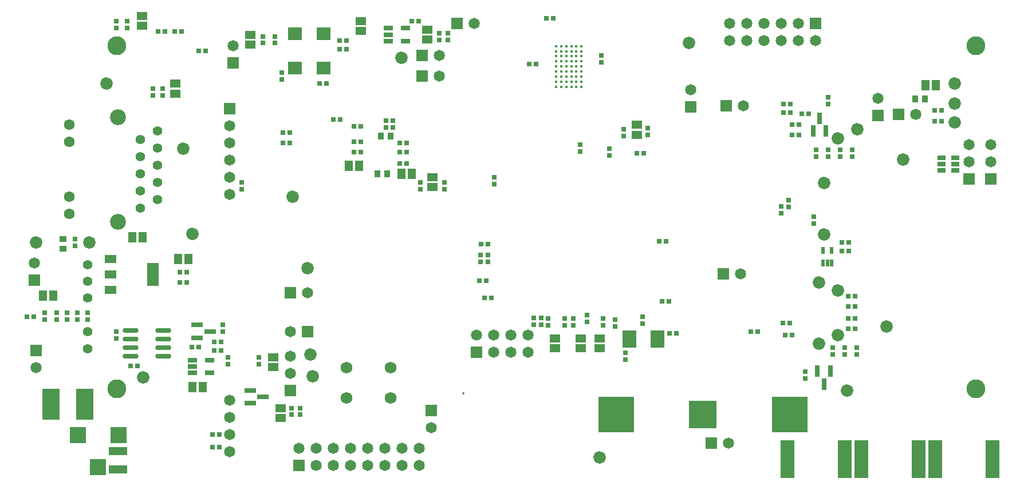
<source format=gbs>
%FSLAX25Y25*%
%MOIN*%
G70*
G01*
G75*
G04 Layer_Color=16711935*
%ADD10C,0.01000*%
%ADD11R,0.02362X0.01969*%
%ADD12R,0.01969X0.02362*%
%ADD13R,0.04331X0.05512*%
%ADD14R,0.05118X0.02165*%
%ADD15R,0.03150X0.03543*%
%ADD16R,0.02362X0.09843*%
%ADD17R,0.07874X0.21654*%
%ADD18O,0.02362X0.08465*%
%ADD19R,0.03543X0.03150*%
%ADD20R,0.03937X0.04724*%
%ADD21R,0.02165X0.05118*%
%ADD22O,0.06496X0.01181*%
%ADD23O,0.01181X0.06496*%
%ADD24R,0.08858X0.01969*%
%ADD25R,0.15748X0.08071*%
%ADD26R,0.05512X0.04331*%
%ADD27R,0.01575X0.03347*%
%ADD28C,0.01969*%
%ADD29O,0.06693X0.01181*%
%ADD30R,0.01772X0.08268*%
%ADD31O,0.01772X0.08268*%
%ADD32O,0.07087X0.01378*%
%ADD33R,0.01181X0.02953*%
%ADD34R,0.01181X0.03347*%
%ADD35R,0.02953X0.01181*%
%ADD36R,0.03347X0.01181*%
%ADD37R,0.21260X0.21260*%
%ADD38R,0.11024X0.03937*%
%ADD39R,0.03150X0.01181*%
%ADD40R,0.04921X0.15748*%
%ADD41C,0.00500*%
%ADD42C,0.00800*%
%ADD43C,0.01200*%
%ADD44C,0.01190*%
%ADD45C,0.01600*%
%ADD46C,0.02500*%
%ADD47C,0.03000*%
%ADD48C,0.02000*%
%ADD49C,0.01500*%
%ADD50C,0.05906*%
%ADD51R,0.05906X0.05906*%
%ADD52R,0.08661X0.08661*%
%ADD53C,0.04921*%
%ADD54C,0.06299*%
%ADD55C,0.06614*%
%ADD56R,0.05906X0.05906*%
%ADD57C,0.08661*%
%ADD58C,0.05709*%
%ADD59C,0.02000*%
%ADD60C,0.01600*%
%ADD61C,0.03200*%
%ADD62C,0.02600*%
%ADD63C,0.02400*%
%ADD64C,0.15000*%
%ADD65C,0.01800*%
%ADD66C,0.02200*%
%ADD67C,0.03600*%
%ADD68C,0.03000*%
%ADD69C,0.02900*%
%ADD70C,0.00600*%
%ADD71R,0.05900X0.12900*%
%ADD72R,0.05900X0.03900*%
%ADD73R,0.20000X0.20000*%
%ADD74R,0.15590X0.15590*%
%ADD75R,0.05906X0.02362*%
%ADD76R,0.03543X0.02756*%
%ADD77R,0.10236X0.04331*%
%ADD78R,0.07874X0.07087*%
%ADD79R,0.07480X0.09449*%
%ADD80C,0.01181*%
%ADD81R,0.02362X0.05906*%
%ADD82R,0.04331X0.02165*%
%ADD83O,0.08661X0.02362*%
%ADD84R,0.09843X0.17716*%
%ADD85C,0.04000*%
%ADD86C,0.01800*%
%ADD87C,0.05000*%
%ADD88C,0.00984*%
%ADD89C,0.02362*%
%ADD90C,0.00197*%
%ADD91C,0.00787*%
%ADD92C,0.00400*%
%ADD93R,0.01575X0.01181*%
%ADD94R,0.02962X0.02569*%
%ADD95R,0.02569X0.02962*%
%ADD96R,0.04931X0.06112*%
%ADD97R,0.05718X0.02765*%
%ADD98R,0.03750X0.04143*%
%ADD99R,0.02962X0.10443*%
%ADD100R,0.08474X0.22253*%
%ADD101O,0.02962X0.09065*%
%ADD102R,0.04143X0.03750*%
%ADD103R,0.04537X0.05324*%
%ADD104R,0.02765X0.05718*%
%ADD105O,0.07096X0.01781*%
%ADD106O,0.01781X0.07096*%
%ADD107R,0.09458X0.02569*%
%ADD108R,0.16348X0.08671*%
%ADD109R,0.06112X0.04931*%
%ADD110R,0.02175X0.03947*%
%ADD111C,0.02569*%
%ADD112O,0.07293X0.01781*%
%ADD113R,0.02372X0.08868*%
%ADD114O,0.02372X0.08868*%
%ADD115O,0.07687X0.01978*%
%ADD116R,0.01781X0.03553*%
%ADD117R,0.01781X0.03947*%
%ADD118R,0.03553X0.01781*%
%ADD119R,0.03947X0.01781*%
%ADD120R,0.21860X0.21860*%
%ADD121R,0.11624X0.04537*%
%ADD122R,0.03750X0.01781*%
%ADD123R,0.05521X0.16348*%
%ADD124C,0.06506*%
%ADD125R,0.06506X0.06506*%
%ADD126R,0.09261X0.09261*%
%ADD127C,0.05521*%
%ADD128C,0.06899*%
%ADD129C,0.07214*%
%ADD130R,0.06506X0.06506*%
%ADD131C,0.00600*%
%ADD132C,0.09261*%
%ADD133C,0.06309*%
%ADD134C,0.11000*%
%ADD135C,0.01400*%
%ADD136R,0.06500X0.13500*%
%ADD137R,0.06500X0.04500*%
%ADD138R,0.20600X0.20600*%
%ADD139R,0.16190X0.16190*%
%ADD140R,0.06506X0.02962*%
%ADD141R,0.04143X0.03356*%
%ADD142R,0.10836X0.04931*%
%ADD143R,0.08474X0.07687*%
%ADD144R,0.08080X0.10049*%
%ADD145C,0.01781*%
%ADD146R,0.02962X0.06506*%
%ADD147R,0.04931X0.02765*%
%ADD148O,0.09261X0.02962*%
%ADD149R,0.10443X0.18316*%
D94*
X6568Y94600D02*
D03*
X2631D02*
D03*
X531032Y208500D02*
D03*
X534969D02*
D03*
X531032Y215000D02*
D03*
X534969D02*
D03*
X372431Y103500D02*
D03*
X376368D02*
D03*
X111531Y75000D02*
D03*
X115469D02*
D03*
X442531Y91000D02*
D03*
X446468D02*
D03*
X443032Y218500D02*
D03*
X446969D02*
D03*
X443032Y213500D02*
D03*
X446969D02*
D03*
X63032Y66000D02*
D03*
X66969D02*
D03*
X184968Y209500D02*
D03*
X181032D02*
D03*
X173031Y230500D02*
D03*
X176969D02*
D03*
X102532Y249500D02*
D03*
X106468D02*
D03*
X151532Y202000D02*
D03*
X155468D02*
D03*
X211531Y209000D02*
D03*
X215469D02*
D03*
X219531Y184000D02*
D03*
X223468D02*
D03*
X151532Y196000D02*
D03*
X155468D02*
D03*
X193032Y205500D02*
D03*
X196968D02*
D03*
X193063Y196500D02*
D03*
X197000D02*
D03*
X193032Y190500D02*
D03*
X196968D02*
D03*
X211531Y205000D02*
D03*
X215469D02*
D03*
X219531Y196000D02*
D03*
X223468D02*
D03*
X219531Y190500D02*
D03*
X223468D02*
D03*
X82968Y261000D02*
D03*
X79031D02*
D03*
X88532D02*
D03*
X92469D02*
D03*
X98532Y77000D02*
D03*
X102469D02*
D03*
X451968Y206500D02*
D03*
X448032D02*
D03*
X457469Y213000D02*
D03*
X453532D02*
D03*
X448032Y200500D02*
D03*
X451968D02*
D03*
X376532Y85000D02*
D03*
X380469D02*
D03*
X370532Y138500D02*
D03*
X374468D02*
D03*
X184531Y255500D02*
D03*
X188469D02*
D03*
X184531Y250500D02*
D03*
X188469D02*
D03*
X357531Y190000D02*
D03*
X361469D02*
D03*
X308968Y268500D02*
D03*
X305031D02*
D03*
X298969Y242000D02*
D03*
X295031D02*
D03*
X270969Y137000D02*
D03*
X267032D02*
D03*
X269969Y115500D02*
D03*
X266032D02*
D03*
X272969Y105500D02*
D03*
X269032D02*
D03*
X444031Y84000D02*
D03*
X447968D02*
D03*
X480532Y106500D02*
D03*
X484469D02*
D03*
X480532Y100500D02*
D03*
X484469D02*
D03*
X480532Y93500D02*
D03*
X484469D02*
D03*
X480532Y87500D02*
D03*
X484469D02*
D03*
X91581Y114550D02*
D03*
X95518D02*
D03*
X91581Y120550D02*
D03*
X95518D02*
D03*
X115469Y80000D02*
D03*
X111531D02*
D03*
X226532Y267000D02*
D03*
X230469D02*
D03*
X110531Y26000D02*
D03*
X114469D02*
D03*
Y18500D02*
D03*
X110531D02*
D03*
X477032Y133000D02*
D03*
X480969D02*
D03*
X477032Y138000D02*
D03*
X480969D02*
D03*
X427969Y86000D02*
D03*
X424031D02*
D03*
D95*
X13000Y96969D02*
D03*
Y93032D02*
D03*
X20000Y96969D02*
D03*
Y93032D02*
D03*
X26000Y96969D02*
D03*
Y93032D02*
D03*
X32000Y96969D02*
D03*
Y93032D02*
D03*
X38000Y96969D02*
D03*
Y93032D02*
D03*
X351000Y73469D02*
D03*
Y69532D02*
D03*
X361000Y94468D02*
D03*
Y90531D02*
D03*
X446000Y158531D02*
D03*
Y162469D02*
D03*
X469000Y222468D02*
D03*
Y218531D02*
D03*
X441500Y155032D02*
D03*
Y158968D02*
D03*
X127500Y169032D02*
D03*
Y172968D02*
D03*
X140000Y254063D02*
D03*
Y258000D02*
D03*
X147000Y254063D02*
D03*
Y258000D02*
D03*
X231500Y172968D02*
D03*
Y169032D02*
D03*
X54500Y266968D02*
D03*
Y263032D02*
D03*
X61000Y266968D02*
D03*
Y263032D02*
D03*
X116500Y89969D02*
D03*
Y86032D02*
D03*
X76000Y223532D02*
D03*
Y227468D02*
D03*
X81500Y223532D02*
D03*
Y227468D02*
D03*
X30500Y136031D02*
D03*
Y139969D02*
D03*
X338000Y93468D02*
D03*
Y89531D02*
D03*
X345000Y89031D02*
D03*
Y92968D02*
D03*
X151000Y233032D02*
D03*
Y236968D02*
D03*
X320500Y93468D02*
D03*
Y89531D02*
D03*
X306000Y93468D02*
D03*
Y89531D02*
D03*
X297500Y93968D02*
D03*
Y90031D02*
D03*
X328500Y91531D02*
D03*
Y95468D02*
D03*
X302000Y90031D02*
D03*
Y93968D02*
D03*
X462000Y188031D02*
D03*
Y191969D02*
D03*
X469000Y188031D02*
D03*
Y191969D02*
D03*
X476000Y188031D02*
D03*
Y191969D02*
D03*
X483000Y188031D02*
D03*
Y191969D02*
D03*
X350000Y200031D02*
D03*
Y203969D02*
D03*
X364000Y204468D02*
D03*
Y200532D02*
D03*
X341500Y188531D02*
D03*
Y192469D02*
D03*
X324500Y191032D02*
D03*
Y194968D02*
D03*
X337000Y246969D02*
D03*
Y243032D02*
D03*
X274500Y172031D02*
D03*
Y175969D02*
D03*
X271000Y130468D02*
D03*
Y126532D02*
D03*
X266500Y130468D02*
D03*
Y126532D02*
D03*
X245500Y169032D02*
D03*
Y172968D02*
D03*
X455500Y58531D02*
D03*
Y62468D02*
D03*
X471500Y72531D02*
D03*
Y76468D02*
D03*
X478500Y76468D02*
D03*
Y72531D02*
D03*
X485500Y72531D02*
D03*
Y76468D02*
D03*
X315500Y93468D02*
D03*
Y89531D02*
D03*
X137500Y67032D02*
D03*
Y70969D02*
D03*
X119500D02*
D03*
Y67032D02*
D03*
X161744Y41319D02*
D03*
Y37382D02*
D03*
X156744Y41319D02*
D03*
Y37382D02*
D03*
X242500Y259968D02*
D03*
Y256031D02*
D03*
X247500D02*
D03*
Y259968D02*
D03*
X460500Y149031D02*
D03*
Y152969D02*
D03*
X54500Y82032D02*
D03*
Y85969D02*
D03*
D96*
X531453Y229500D02*
D03*
X525547D02*
D03*
X12047Y107000D02*
D03*
X17953D02*
D03*
X69953Y141000D02*
D03*
X64047D02*
D03*
X190079Y182500D02*
D03*
X195984D02*
D03*
X220547Y178000D02*
D03*
X226453D02*
D03*
X104953Y53500D02*
D03*
X99047D02*
D03*
X96503Y128050D02*
D03*
X90597D02*
D03*
D97*
X99079Y61760D02*
D03*
Y65500D02*
D03*
Y69240D02*
D03*
X108921D02*
D03*
Y61760D02*
D03*
X213079Y255260D02*
D03*
Y259000D02*
D03*
Y262740D02*
D03*
X222921D02*
D03*
Y255260D02*
D03*
D98*
X525256Y221500D02*
D03*
X519744D02*
D03*
X208744Y200000D02*
D03*
X214256D02*
D03*
X206744Y178000D02*
D03*
X212256D02*
D03*
D100*
X564732Y11476D02*
D03*
X531268D02*
D03*
X521732D02*
D03*
X488268D02*
D03*
X478732D02*
D03*
X445268D02*
D03*
D109*
X197000Y266953D02*
D03*
Y261047D02*
D03*
X132500Y258984D02*
D03*
Y253079D02*
D03*
X69500Y269953D02*
D03*
Y264047D02*
D03*
X89000Y230453D02*
D03*
Y224547D02*
D03*
X146000Y65047D02*
D03*
Y70953D02*
D03*
X310000Y76047D02*
D03*
Y81953D02*
D03*
X325000Y76047D02*
D03*
Y81953D02*
D03*
X336000Y76047D02*
D03*
Y81953D02*
D03*
X357500Y206453D02*
D03*
Y200547D02*
D03*
X238500Y175953D02*
D03*
Y170047D02*
D03*
X150244Y35398D02*
D03*
Y41303D02*
D03*
X235500Y261953D02*
D03*
Y256047D02*
D03*
D110*
X471059Y133240D02*
D03*
X465941D02*
D03*
Y125760D02*
D03*
X468500D02*
D03*
X471059D02*
D03*
D124*
X120500Y166000D02*
D03*
Y206000D02*
D03*
Y196000D02*
D03*
Y186000D02*
D03*
Y176000D02*
D03*
Y46000D02*
D03*
Y36000D02*
D03*
Y26000D02*
D03*
Y16000D02*
D03*
X419500Y217500D02*
D03*
X418000Y119500D02*
D03*
X166000Y108500D02*
D03*
X122500Y252500D02*
D03*
X242500Y247000D02*
D03*
X263000Y265500D02*
D03*
X242500Y235000D02*
D03*
X498000Y222000D02*
D03*
X389000Y227000D02*
D03*
X238000Y30000D02*
D03*
X7000Y126000D02*
D03*
X156000Y61500D02*
D03*
Y71500D02*
D03*
Y86000D02*
D03*
X8000Y65000D02*
D03*
X563500Y185000D02*
D03*
Y195000D02*
D03*
X551000Y185000D02*
D03*
Y195000D02*
D03*
X520000Y212500D02*
D03*
X411000Y21000D02*
D03*
X411500Y255500D02*
D03*
X421500D02*
D03*
X431500D02*
D03*
X441500D02*
D03*
X451500D02*
D03*
X461500D02*
D03*
X411500Y265500D02*
D03*
X421500D02*
D03*
X431500D02*
D03*
X441500D02*
D03*
X451500D02*
D03*
X231000Y18000D02*
D03*
X221000D02*
D03*
X211000D02*
D03*
X201000D02*
D03*
X191000D02*
D03*
X181000D02*
D03*
X171000D02*
D03*
X161000D02*
D03*
X231000Y8000D02*
D03*
X221000D02*
D03*
X211000D02*
D03*
X201000D02*
D03*
X191000D02*
D03*
X181000D02*
D03*
X171000D02*
D03*
X294400Y83800D02*
D03*
X284400D02*
D03*
X274400D02*
D03*
X264400D02*
D03*
X294400Y73800D02*
D03*
X284400D02*
D03*
X274400D02*
D03*
D125*
X120500Y216000D02*
D03*
X122500Y242500D02*
D03*
X498000Y212000D02*
D03*
X389000Y217000D02*
D03*
X238000Y40000D02*
D03*
X7000Y116000D02*
D03*
X156000Y51500D02*
D03*
X8000Y75000D02*
D03*
X563500Y175000D02*
D03*
X551000D02*
D03*
D126*
X55811Y25500D02*
D03*
X32189D02*
D03*
X44000Y6996D02*
D03*
D127*
X37800Y124976D02*
D03*
Y115213D02*
D03*
Y105449D02*
D03*
Y85764D02*
D03*
Y76000D02*
D03*
X68500Y158000D02*
D03*
Y168000D02*
D03*
Y178000D02*
D03*
Y188000D02*
D03*
Y198000D02*
D03*
X78500Y163000D02*
D03*
Y173000D02*
D03*
Y183000D02*
D03*
Y193000D02*
D03*
Y203000D02*
D03*
D128*
X214295Y47142D02*
D03*
X188705D02*
D03*
Y64858D02*
D03*
X214295D02*
D03*
D129*
X466500Y142500D02*
D03*
X474500Y198500D02*
D03*
X486000Y204000D02*
D03*
X466500Y172500D02*
D03*
X474500Y84000D02*
D03*
X463500Y79000D02*
D03*
Y114500D02*
D03*
X474500Y110000D02*
D03*
X93500Y192500D02*
D03*
X8000Y138000D02*
D03*
X169000Y60000D02*
D03*
X542500Y208000D02*
D03*
Y219000D02*
D03*
Y230500D02*
D03*
X99000Y143000D02*
D03*
X220500Y245500D02*
D03*
X39000Y138000D02*
D03*
X70300Y59300D02*
D03*
X167500Y72500D02*
D03*
X502900Y88900D02*
D03*
X479800Y51600D02*
D03*
X512700Y186100D02*
D03*
X387800Y254100D02*
D03*
X157200Y164600D02*
D03*
X336000Y12500D02*
D03*
X166000Y123000D02*
D03*
X49000Y230700D02*
D03*
D130*
X409500Y217500D02*
D03*
X408000Y119500D02*
D03*
X156000Y108500D02*
D03*
X232500Y247000D02*
D03*
X253000Y265500D02*
D03*
X232500Y235000D02*
D03*
X166000Y86000D02*
D03*
X510000Y212500D02*
D03*
X401000Y21000D02*
D03*
X461500Y265500D02*
D03*
X161000Y8000D02*
D03*
X264400Y73800D02*
D03*
D131*
X43500Y203000D02*
D03*
Y158000D02*
D03*
D132*
X55508Y150008D02*
D03*
Y210992D02*
D03*
D133*
X27437Y206602D02*
D03*
Y196602D02*
D03*
Y164398D02*
D03*
Y154398D02*
D03*
D134*
X555000Y52500D02*
D03*
Y252500D02*
D03*
X55000D02*
D03*
Y52500D02*
D03*
D135*
X256500Y50000D02*
D03*
D136*
X75950Y119050D02*
D03*
D137*
X51150D02*
D03*
Y110050D02*
D03*
Y128050D02*
D03*
D138*
X345508Y37500D02*
D03*
X446492D02*
D03*
D139*
X396000D02*
D03*
D140*
X139984Y47850D02*
D03*
X132504Y51591D02*
D03*
Y44110D02*
D03*
X109240Y86000D02*
D03*
X101760Y89740D02*
D03*
Y82260D02*
D03*
D141*
X23500Y134047D02*
D03*
Y139953D02*
D03*
D142*
X55500Y16315D02*
D03*
Y5685D02*
D03*
D143*
X175268Y239500D02*
D03*
Y259500D02*
D03*
X158732D02*
D03*
Y239500D02*
D03*
D144*
X369571Y81500D02*
D03*
X353429D02*
D03*
D145*
X325382Y252311D02*
D03*
X322429D02*
D03*
X319476D02*
D03*
X316524D02*
D03*
X313571D02*
D03*
X310618D02*
D03*
X325382Y249358D02*
D03*
X322429D02*
D03*
X319476D02*
D03*
X316524D02*
D03*
X313571D02*
D03*
X310618D02*
D03*
X325382Y246406D02*
D03*
X322429D02*
D03*
X319476D02*
D03*
X316524D02*
D03*
X313571D02*
D03*
X310618D02*
D03*
X325382Y243453D02*
D03*
X322429D02*
D03*
X319476D02*
D03*
X316524D02*
D03*
X313571D02*
D03*
X310618D02*
D03*
X325382Y240500D02*
D03*
X322429D02*
D03*
X319476D02*
D03*
X316524D02*
D03*
X313571D02*
D03*
X310618D02*
D03*
X325382Y237547D02*
D03*
X322429D02*
D03*
X319476D02*
D03*
X316524D02*
D03*
X313571D02*
D03*
X310618D02*
D03*
X325382Y234594D02*
D03*
X322429D02*
D03*
X319476D02*
D03*
X316524D02*
D03*
X313571D02*
D03*
X310618D02*
D03*
X325382Y231642D02*
D03*
X322429D02*
D03*
X319476D02*
D03*
X316524D02*
D03*
X313571D02*
D03*
X310618D02*
D03*
X325382Y228689D02*
D03*
X322429D02*
D03*
X319476D02*
D03*
X316524D02*
D03*
X313571D02*
D03*
X310618D02*
D03*
D146*
X466500Y55260D02*
D03*
X470240Y62740D02*
D03*
X462760D02*
D03*
X464000Y210240D02*
D03*
X460260Y202760D02*
D03*
X467740D02*
D03*
D147*
X542937Y179760D02*
D03*
Y183500D02*
D03*
Y187240D02*
D03*
X535063D02*
D03*
Y183500D02*
D03*
Y179760D02*
D03*
D148*
X81949Y71500D02*
D03*
Y81500D02*
D03*
Y76500D02*
D03*
Y86500D02*
D03*
X63051Y71500D02*
D03*
Y76500D02*
D03*
Y81500D02*
D03*
Y86500D02*
D03*
D149*
X36342Y43500D02*
D03*
X16657D02*
D03*
M02*

</source>
